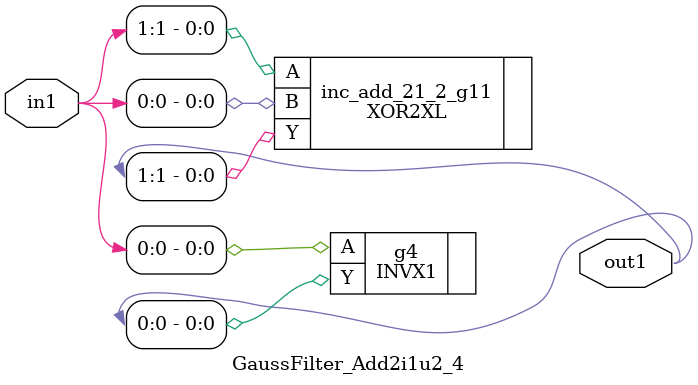
<source format=v>
`timescale 1ps / 1ps


module GaussFilter_Add2i1u2_4(in1, out1);
  input [1:0] in1;
  output [1:0] out1;
  wire [1:0] in1;
  wire [1:0] out1;
  INVX1 g4(.A (in1[0]), .Y (out1[0]));
  XOR2XL inc_add_21_2_g11(.A (in1[1]), .B (in1[0]), .Y (out1[1]));
endmodule


</source>
